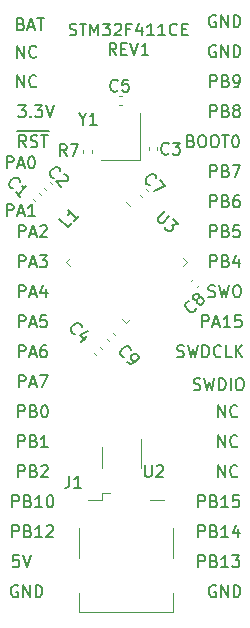
<source format=gbr>
%TF.GenerationSoftware,KiCad,Pcbnew,5.1.9-73d0e3b20d~88~ubuntu20.04.1*%
%TF.CreationDate,2021-04-21T23:40:33-06:00*%
%TF.ProjectId,STM32F411CE,53544d33-3246-4343-9131-43452e6b6963,rev?*%
%TF.SameCoordinates,Original*%
%TF.FileFunction,Legend,Top*%
%TF.FilePolarity,Positive*%
%FSLAX46Y46*%
G04 Gerber Fmt 4.6, Leading zero omitted, Abs format (unit mm)*
G04 Created by KiCad (PCBNEW 5.1.9-73d0e3b20d~88~ubuntu20.04.1) date 2021-04-21 23:40:33*
%MOMM*%
%LPD*%
G01*
G04 APERTURE LIST*
%ADD10C,0.150000*%
%ADD11C,0.120000*%
G04 APERTURE END LIST*
D10*
X32766095Y-13216000D02*
X32670857Y-13168380D01*
X32528000Y-13168380D01*
X32385142Y-13216000D01*
X32289904Y-13311238D01*
X32242285Y-13406476D01*
X32194666Y-13596952D01*
X32194666Y-13739809D01*
X32242285Y-13930285D01*
X32289904Y-14025523D01*
X32385142Y-14120761D01*
X32528000Y-14168380D01*
X32623238Y-14168380D01*
X32766095Y-14120761D01*
X32813714Y-14073142D01*
X32813714Y-13739809D01*
X32623238Y-13739809D01*
X33242285Y-14168380D02*
X33242285Y-13168380D01*
X33813714Y-14168380D01*
X33813714Y-13168380D01*
X34289904Y-14168380D02*
X34289904Y-13168380D01*
X34528000Y-13168380D01*
X34670857Y-13216000D01*
X34766095Y-13311238D01*
X34813714Y-13406476D01*
X34861333Y-13596952D01*
X34861333Y-13739809D01*
X34813714Y-13930285D01*
X34766095Y-14025523D01*
X34670857Y-14120761D01*
X34528000Y-14168380D01*
X34289904Y-14168380D01*
X32766095Y-15756000D02*
X32670857Y-15708380D01*
X32528000Y-15708380D01*
X32385142Y-15756000D01*
X32289904Y-15851238D01*
X32242285Y-15946476D01*
X32194666Y-16136952D01*
X32194666Y-16279809D01*
X32242285Y-16470285D01*
X32289904Y-16565523D01*
X32385142Y-16660761D01*
X32528000Y-16708380D01*
X32623238Y-16708380D01*
X32766095Y-16660761D01*
X32813714Y-16613142D01*
X32813714Y-16279809D01*
X32623238Y-16279809D01*
X33242285Y-16708380D02*
X33242285Y-15708380D01*
X33813714Y-16708380D01*
X33813714Y-15708380D01*
X34289904Y-16708380D02*
X34289904Y-15708380D01*
X34528000Y-15708380D01*
X34670857Y-15756000D01*
X34766095Y-15851238D01*
X34813714Y-15946476D01*
X34861333Y-16136952D01*
X34861333Y-16279809D01*
X34813714Y-16470285D01*
X34766095Y-16565523D01*
X34670857Y-16660761D01*
X34528000Y-16708380D01*
X34289904Y-16708380D01*
X32289904Y-19248380D02*
X32289904Y-18248380D01*
X32670857Y-18248380D01*
X32766095Y-18296000D01*
X32813714Y-18343619D01*
X32861333Y-18438857D01*
X32861333Y-18581714D01*
X32813714Y-18676952D01*
X32766095Y-18724571D01*
X32670857Y-18772190D01*
X32289904Y-18772190D01*
X33623238Y-18724571D02*
X33766095Y-18772190D01*
X33813714Y-18819809D01*
X33861333Y-18915047D01*
X33861333Y-19057904D01*
X33813714Y-19153142D01*
X33766095Y-19200761D01*
X33670857Y-19248380D01*
X33289904Y-19248380D01*
X33289904Y-18248380D01*
X33623238Y-18248380D01*
X33718476Y-18296000D01*
X33766095Y-18343619D01*
X33813714Y-18438857D01*
X33813714Y-18534095D01*
X33766095Y-18629333D01*
X33718476Y-18676952D01*
X33623238Y-18724571D01*
X33289904Y-18724571D01*
X34337523Y-19248380D02*
X34528000Y-19248380D01*
X34623238Y-19200761D01*
X34670857Y-19153142D01*
X34766095Y-19010285D01*
X34813714Y-18819809D01*
X34813714Y-18438857D01*
X34766095Y-18343619D01*
X34718476Y-18296000D01*
X34623238Y-18248380D01*
X34432761Y-18248380D01*
X34337523Y-18296000D01*
X34289904Y-18343619D01*
X34242285Y-18438857D01*
X34242285Y-18676952D01*
X34289904Y-18772190D01*
X34337523Y-18819809D01*
X34432761Y-18867428D01*
X34623238Y-18867428D01*
X34718476Y-18819809D01*
X34766095Y-18772190D01*
X34813714Y-18676952D01*
X32289904Y-21788380D02*
X32289904Y-20788380D01*
X32670857Y-20788380D01*
X32766095Y-20836000D01*
X32813714Y-20883619D01*
X32861333Y-20978857D01*
X32861333Y-21121714D01*
X32813714Y-21216952D01*
X32766095Y-21264571D01*
X32670857Y-21312190D01*
X32289904Y-21312190D01*
X33623238Y-21264571D02*
X33766095Y-21312190D01*
X33813714Y-21359809D01*
X33861333Y-21455047D01*
X33861333Y-21597904D01*
X33813714Y-21693142D01*
X33766095Y-21740761D01*
X33670857Y-21788380D01*
X33289904Y-21788380D01*
X33289904Y-20788380D01*
X33623238Y-20788380D01*
X33718476Y-20836000D01*
X33766095Y-20883619D01*
X33813714Y-20978857D01*
X33813714Y-21074095D01*
X33766095Y-21169333D01*
X33718476Y-21216952D01*
X33623238Y-21264571D01*
X33289904Y-21264571D01*
X34432761Y-21216952D02*
X34337523Y-21169333D01*
X34289904Y-21121714D01*
X34242285Y-21026476D01*
X34242285Y-20978857D01*
X34289904Y-20883619D01*
X34337523Y-20836000D01*
X34432761Y-20788380D01*
X34623238Y-20788380D01*
X34718476Y-20836000D01*
X34766095Y-20883619D01*
X34813714Y-20978857D01*
X34813714Y-21026476D01*
X34766095Y-21121714D01*
X34718476Y-21169333D01*
X34623238Y-21216952D01*
X34432761Y-21216952D01*
X34337523Y-21264571D01*
X34289904Y-21312190D01*
X34242285Y-21407428D01*
X34242285Y-21597904D01*
X34289904Y-21693142D01*
X34337523Y-21740761D01*
X34432761Y-21788380D01*
X34623238Y-21788380D01*
X34718476Y-21740761D01*
X34766095Y-21693142D01*
X34813714Y-21597904D01*
X34813714Y-21407428D01*
X34766095Y-21312190D01*
X34718476Y-21264571D01*
X34623238Y-21216952D01*
X30678666Y-23804571D02*
X30821523Y-23852190D01*
X30869142Y-23899809D01*
X30916761Y-23995047D01*
X30916761Y-24137904D01*
X30869142Y-24233142D01*
X30821523Y-24280761D01*
X30726285Y-24328380D01*
X30345333Y-24328380D01*
X30345333Y-23328380D01*
X30678666Y-23328380D01*
X30773904Y-23376000D01*
X30821523Y-23423619D01*
X30869142Y-23518857D01*
X30869142Y-23614095D01*
X30821523Y-23709333D01*
X30773904Y-23756952D01*
X30678666Y-23804571D01*
X30345333Y-23804571D01*
X31535809Y-23328380D02*
X31726285Y-23328380D01*
X31821523Y-23376000D01*
X31916761Y-23471238D01*
X31964380Y-23661714D01*
X31964380Y-23995047D01*
X31916761Y-24185523D01*
X31821523Y-24280761D01*
X31726285Y-24328380D01*
X31535809Y-24328380D01*
X31440571Y-24280761D01*
X31345333Y-24185523D01*
X31297714Y-23995047D01*
X31297714Y-23661714D01*
X31345333Y-23471238D01*
X31440571Y-23376000D01*
X31535809Y-23328380D01*
X32583428Y-23328380D02*
X32773904Y-23328380D01*
X32869142Y-23376000D01*
X32964380Y-23471238D01*
X33012000Y-23661714D01*
X33012000Y-23995047D01*
X32964380Y-24185523D01*
X32869142Y-24280761D01*
X32773904Y-24328380D01*
X32583428Y-24328380D01*
X32488190Y-24280761D01*
X32392952Y-24185523D01*
X32345333Y-23995047D01*
X32345333Y-23661714D01*
X32392952Y-23471238D01*
X32488190Y-23376000D01*
X32583428Y-23328380D01*
X33297714Y-23328380D02*
X33869142Y-23328380D01*
X33583428Y-24328380D02*
X33583428Y-23328380D01*
X34392952Y-23328380D02*
X34488190Y-23328380D01*
X34583428Y-23376000D01*
X34631047Y-23423619D01*
X34678666Y-23518857D01*
X34726285Y-23709333D01*
X34726285Y-23947428D01*
X34678666Y-24137904D01*
X34631047Y-24233142D01*
X34583428Y-24280761D01*
X34488190Y-24328380D01*
X34392952Y-24328380D01*
X34297714Y-24280761D01*
X34250095Y-24233142D01*
X34202476Y-24137904D01*
X34154857Y-23947428D01*
X34154857Y-23709333D01*
X34202476Y-23518857D01*
X34250095Y-23423619D01*
X34297714Y-23376000D01*
X34392952Y-23328380D01*
X32289904Y-26868380D02*
X32289904Y-25868380D01*
X32670857Y-25868380D01*
X32766095Y-25916000D01*
X32813714Y-25963619D01*
X32861333Y-26058857D01*
X32861333Y-26201714D01*
X32813714Y-26296952D01*
X32766095Y-26344571D01*
X32670857Y-26392190D01*
X32289904Y-26392190D01*
X33623238Y-26344571D02*
X33766095Y-26392190D01*
X33813714Y-26439809D01*
X33861333Y-26535047D01*
X33861333Y-26677904D01*
X33813714Y-26773142D01*
X33766095Y-26820761D01*
X33670857Y-26868380D01*
X33289904Y-26868380D01*
X33289904Y-25868380D01*
X33623238Y-25868380D01*
X33718476Y-25916000D01*
X33766095Y-25963619D01*
X33813714Y-26058857D01*
X33813714Y-26154095D01*
X33766095Y-26249333D01*
X33718476Y-26296952D01*
X33623238Y-26344571D01*
X33289904Y-26344571D01*
X34194666Y-25868380D02*
X34861333Y-25868380D01*
X34432761Y-26868380D01*
X32289904Y-29408380D02*
X32289904Y-28408380D01*
X32670857Y-28408380D01*
X32766095Y-28456000D01*
X32813714Y-28503619D01*
X32861333Y-28598857D01*
X32861333Y-28741714D01*
X32813714Y-28836952D01*
X32766095Y-28884571D01*
X32670857Y-28932190D01*
X32289904Y-28932190D01*
X33623238Y-28884571D02*
X33766095Y-28932190D01*
X33813714Y-28979809D01*
X33861333Y-29075047D01*
X33861333Y-29217904D01*
X33813714Y-29313142D01*
X33766095Y-29360761D01*
X33670857Y-29408380D01*
X33289904Y-29408380D01*
X33289904Y-28408380D01*
X33623238Y-28408380D01*
X33718476Y-28456000D01*
X33766095Y-28503619D01*
X33813714Y-28598857D01*
X33813714Y-28694095D01*
X33766095Y-28789333D01*
X33718476Y-28836952D01*
X33623238Y-28884571D01*
X33289904Y-28884571D01*
X34718476Y-28408380D02*
X34528000Y-28408380D01*
X34432761Y-28456000D01*
X34385142Y-28503619D01*
X34289904Y-28646476D01*
X34242285Y-28836952D01*
X34242285Y-29217904D01*
X34289904Y-29313142D01*
X34337523Y-29360761D01*
X34432761Y-29408380D01*
X34623238Y-29408380D01*
X34718476Y-29360761D01*
X34766095Y-29313142D01*
X34813714Y-29217904D01*
X34813714Y-28979809D01*
X34766095Y-28884571D01*
X34718476Y-28836952D01*
X34623238Y-28789333D01*
X34432761Y-28789333D01*
X34337523Y-28836952D01*
X34289904Y-28884571D01*
X34242285Y-28979809D01*
X32289904Y-31948380D02*
X32289904Y-30948380D01*
X32670857Y-30948380D01*
X32766095Y-30996000D01*
X32813714Y-31043619D01*
X32861333Y-31138857D01*
X32861333Y-31281714D01*
X32813714Y-31376952D01*
X32766095Y-31424571D01*
X32670857Y-31472190D01*
X32289904Y-31472190D01*
X33623238Y-31424571D02*
X33766095Y-31472190D01*
X33813714Y-31519809D01*
X33861333Y-31615047D01*
X33861333Y-31757904D01*
X33813714Y-31853142D01*
X33766095Y-31900761D01*
X33670857Y-31948380D01*
X33289904Y-31948380D01*
X33289904Y-30948380D01*
X33623238Y-30948380D01*
X33718476Y-30996000D01*
X33766095Y-31043619D01*
X33813714Y-31138857D01*
X33813714Y-31234095D01*
X33766095Y-31329333D01*
X33718476Y-31376952D01*
X33623238Y-31424571D01*
X33289904Y-31424571D01*
X34766095Y-30948380D02*
X34289904Y-30948380D01*
X34242285Y-31424571D01*
X34289904Y-31376952D01*
X34385142Y-31329333D01*
X34623238Y-31329333D01*
X34718476Y-31376952D01*
X34766095Y-31424571D01*
X34813714Y-31519809D01*
X34813714Y-31757904D01*
X34766095Y-31853142D01*
X34718476Y-31900761D01*
X34623238Y-31948380D01*
X34385142Y-31948380D01*
X34289904Y-31900761D01*
X34242285Y-31853142D01*
X32289904Y-34488380D02*
X32289904Y-33488380D01*
X32670857Y-33488380D01*
X32766095Y-33536000D01*
X32813714Y-33583619D01*
X32861333Y-33678857D01*
X32861333Y-33821714D01*
X32813714Y-33916952D01*
X32766095Y-33964571D01*
X32670857Y-34012190D01*
X32289904Y-34012190D01*
X33623238Y-33964571D02*
X33766095Y-34012190D01*
X33813714Y-34059809D01*
X33861333Y-34155047D01*
X33861333Y-34297904D01*
X33813714Y-34393142D01*
X33766095Y-34440761D01*
X33670857Y-34488380D01*
X33289904Y-34488380D01*
X33289904Y-33488380D01*
X33623238Y-33488380D01*
X33718476Y-33536000D01*
X33766095Y-33583619D01*
X33813714Y-33678857D01*
X33813714Y-33774095D01*
X33766095Y-33869333D01*
X33718476Y-33916952D01*
X33623238Y-33964571D01*
X33289904Y-33964571D01*
X34718476Y-33821714D02*
X34718476Y-34488380D01*
X34480380Y-33440761D02*
X34242285Y-34155047D01*
X34861333Y-34155047D01*
X32147047Y-36980761D02*
X32289904Y-37028380D01*
X32528000Y-37028380D01*
X32623238Y-36980761D01*
X32670857Y-36933142D01*
X32718476Y-36837904D01*
X32718476Y-36742666D01*
X32670857Y-36647428D01*
X32623238Y-36599809D01*
X32528000Y-36552190D01*
X32337523Y-36504571D01*
X32242285Y-36456952D01*
X32194666Y-36409333D01*
X32147047Y-36314095D01*
X32147047Y-36218857D01*
X32194666Y-36123619D01*
X32242285Y-36076000D01*
X32337523Y-36028380D01*
X32575619Y-36028380D01*
X32718476Y-36076000D01*
X33051809Y-36028380D02*
X33289904Y-37028380D01*
X33480380Y-36314095D01*
X33670857Y-37028380D01*
X33908952Y-36028380D01*
X34480380Y-36028380D02*
X34670857Y-36028380D01*
X34766095Y-36076000D01*
X34861333Y-36171238D01*
X34908952Y-36361714D01*
X34908952Y-36695047D01*
X34861333Y-36885523D01*
X34766095Y-36980761D01*
X34670857Y-37028380D01*
X34480380Y-37028380D01*
X34385142Y-36980761D01*
X34289904Y-36885523D01*
X34242285Y-36695047D01*
X34242285Y-36361714D01*
X34289904Y-36171238D01*
X34385142Y-36076000D01*
X34480380Y-36028380D01*
X31631142Y-39568380D02*
X31631142Y-38568380D01*
X32012095Y-38568380D01*
X32107333Y-38616000D01*
X32154952Y-38663619D01*
X32202571Y-38758857D01*
X32202571Y-38901714D01*
X32154952Y-38996952D01*
X32107333Y-39044571D01*
X32012095Y-39092190D01*
X31631142Y-39092190D01*
X32583523Y-39282666D02*
X33059714Y-39282666D01*
X32488285Y-39568380D02*
X32821619Y-38568380D01*
X33154952Y-39568380D01*
X34012095Y-39568380D02*
X33440666Y-39568380D01*
X33726380Y-39568380D02*
X33726380Y-38568380D01*
X33631142Y-38711238D01*
X33535904Y-38806476D01*
X33440666Y-38854095D01*
X34916857Y-38568380D02*
X34440666Y-38568380D01*
X34393047Y-39044571D01*
X34440666Y-38996952D01*
X34535904Y-38949333D01*
X34774000Y-38949333D01*
X34869238Y-38996952D01*
X34916857Y-39044571D01*
X34964476Y-39139809D01*
X34964476Y-39377904D01*
X34916857Y-39473142D01*
X34869238Y-39520761D01*
X34774000Y-39568380D01*
X34535904Y-39568380D01*
X34440666Y-39520761D01*
X34393047Y-39473142D01*
X29496095Y-42060761D02*
X29638952Y-42108380D01*
X29877047Y-42108380D01*
X29972285Y-42060761D01*
X30019904Y-42013142D01*
X30067523Y-41917904D01*
X30067523Y-41822666D01*
X30019904Y-41727428D01*
X29972285Y-41679809D01*
X29877047Y-41632190D01*
X29686571Y-41584571D01*
X29591333Y-41536952D01*
X29543714Y-41489333D01*
X29496095Y-41394095D01*
X29496095Y-41298857D01*
X29543714Y-41203619D01*
X29591333Y-41156000D01*
X29686571Y-41108380D01*
X29924666Y-41108380D01*
X30067523Y-41156000D01*
X30400857Y-41108380D02*
X30638952Y-42108380D01*
X30829428Y-41394095D01*
X31019904Y-42108380D01*
X31258000Y-41108380D01*
X31638952Y-42108380D02*
X31638952Y-41108380D01*
X31877047Y-41108380D01*
X32019904Y-41156000D01*
X32115142Y-41251238D01*
X32162761Y-41346476D01*
X32210380Y-41536952D01*
X32210380Y-41679809D01*
X32162761Y-41870285D01*
X32115142Y-41965523D01*
X32019904Y-42060761D01*
X31877047Y-42108380D01*
X31638952Y-42108380D01*
X33210380Y-42013142D02*
X33162761Y-42060761D01*
X33019904Y-42108380D01*
X32924666Y-42108380D01*
X32781809Y-42060761D01*
X32686571Y-41965523D01*
X32638952Y-41870285D01*
X32591333Y-41679809D01*
X32591333Y-41536952D01*
X32638952Y-41346476D01*
X32686571Y-41251238D01*
X32781809Y-41156000D01*
X32924666Y-41108380D01*
X33019904Y-41108380D01*
X33162761Y-41156000D01*
X33210380Y-41203619D01*
X34115142Y-42108380D02*
X33638952Y-42108380D01*
X33638952Y-41108380D01*
X34448476Y-42108380D02*
X34448476Y-41108380D01*
X35019904Y-42108380D02*
X34591333Y-41536952D01*
X35019904Y-41108380D02*
X34448476Y-41679809D01*
X32996285Y-52268380D02*
X32996285Y-51268380D01*
X33567714Y-52268380D01*
X33567714Y-51268380D01*
X34615333Y-52173142D02*
X34567714Y-52220761D01*
X34424857Y-52268380D01*
X34329619Y-52268380D01*
X34186761Y-52220761D01*
X34091523Y-52125523D01*
X34043904Y-52030285D01*
X33996285Y-51839809D01*
X33996285Y-51696952D01*
X34043904Y-51506476D01*
X34091523Y-51411238D01*
X34186761Y-51316000D01*
X34329619Y-51268380D01*
X34424857Y-51268380D01*
X34567714Y-51316000D01*
X34615333Y-51363619D01*
X32996285Y-49728380D02*
X32996285Y-48728380D01*
X33567714Y-49728380D01*
X33567714Y-48728380D01*
X34615333Y-49633142D02*
X34567714Y-49680761D01*
X34424857Y-49728380D01*
X34329619Y-49728380D01*
X34186761Y-49680761D01*
X34091523Y-49585523D01*
X34043904Y-49490285D01*
X33996285Y-49299809D01*
X33996285Y-49156952D01*
X34043904Y-48966476D01*
X34091523Y-48871238D01*
X34186761Y-48776000D01*
X34329619Y-48728380D01*
X34424857Y-48728380D01*
X34567714Y-48776000D01*
X34615333Y-48823619D01*
X32996285Y-47188380D02*
X32996285Y-46188380D01*
X33567714Y-47188380D01*
X33567714Y-46188380D01*
X34615333Y-47093142D02*
X34567714Y-47140761D01*
X34424857Y-47188380D01*
X34329619Y-47188380D01*
X34186761Y-47140761D01*
X34091523Y-47045523D01*
X34043904Y-46950285D01*
X33996285Y-46759809D01*
X33996285Y-46616952D01*
X34043904Y-46426476D01*
X34091523Y-46331238D01*
X34186761Y-46236000D01*
X34329619Y-46188380D01*
X34424857Y-46188380D01*
X34567714Y-46236000D01*
X34615333Y-46283619D01*
X30900952Y-44854761D02*
X31043809Y-44902380D01*
X31281904Y-44902380D01*
X31377142Y-44854761D01*
X31424761Y-44807142D01*
X31472380Y-44711904D01*
X31472380Y-44616666D01*
X31424761Y-44521428D01*
X31377142Y-44473809D01*
X31281904Y-44426190D01*
X31091428Y-44378571D01*
X30996190Y-44330952D01*
X30948571Y-44283333D01*
X30900952Y-44188095D01*
X30900952Y-44092857D01*
X30948571Y-43997619D01*
X30996190Y-43950000D01*
X31091428Y-43902380D01*
X31329523Y-43902380D01*
X31472380Y-43950000D01*
X31805714Y-43902380D02*
X32043809Y-44902380D01*
X32234285Y-44188095D01*
X32424761Y-44902380D01*
X32662857Y-43902380D01*
X33043809Y-44902380D02*
X33043809Y-43902380D01*
X33281904Y-43902380D01*
X33424761Y-43950000D01*
X33520000Y-44045238D01*
X33567619Y-44140476D01*
X33615238Y-44330952D01*
X33615238Y-44473809D01*
X33567619Y-44664285D01*
X33520000Y-44759523D01*
X33424761Y-44854761D01*
X33281904Y-44902380D01*
X33043809Y-44902380D01*
X34043809Y-44902380D02*
X34043809Y-43902380D01*
X34710476Y-43902380D02*
X34900952Y-43902380D01*
X34996190Y-43950000D01*
X35091428Y-44045238D01*
X35139047Y-44235714D01*
X35139047Y-44569047D01*
X35091428Y-44759523D01*
X34996190Y-44854761D01*
X34900952Y-44902380D01*
X34710476Y-44902380D01*
X34615238Y-44854761D01*
X34520000Y-44759523D01*
X34472380Y-44569047D01*
X34472380Y-44235714D01*
X34520000Y-44045238D01*
X34615238Y-43950000D01*
X34710476Y-43902380D01*
X31305714Y-54808380D02*
X31305714Y-53808380D01*
X31686666Y-53808380D01*
X31781904Y-53856000D01*
X31829523Y-53903619D01*
X31877142Y-53998857D01*
X31877142Y-54141714D01*
X31829523Y-54236952D01*
X31781904Y-54284571D01*
X31686666Y-54332190D01*
X31305714Y-54332190D01*
X32639047Y-54284571D02*
X32781904Y-54332190D01*
X32829523Y-54379809D01*
X32877142Y-54475047D01*
X32877142Y-54617904D01*
X32829523Y-54713142D01*
X32781904Y-54760761D01*
X32686666Y-54808380D01*
X32305714Y-54808380D01*
X32305714Y-53808380D01*
X32639047Y-53808380D01*
X32734285Y-53856000D01*
X32781904Y-53903619D01*
X32829523Y-53998857D01*
X32829523Y-54094095D01*
X32781904Y-54189333D01*
X32734285Y-54236952D01*
X32639047Y-54284571D01*
X32305714Y-54284571D01*
X33829523Y-54808380D02*
X33258095Y-54808380D01*
X33543809Y-54808380D02*
X33543809Y-53808380D01*
X33448571Y-53951238D01*
X33353333Y-54046476D01*
X33258095Y-54094095D01*
X34734285Y-53808380D02*
X34258095Y-53808380D01*
X34210476Y-54284571D01*
X34258095Y-54236952D01*
X34353333Y-54189333D01*
X34591428Y-54189333D01*
X34686666Y-54236952D01*
X34734285Y-54284571D01*
X34781904Y-54379809D01*
X34781904Y-54617904D01*
X34734285Y-54713142D01*
X34686666Y-54760761D01*
X34591428Y-54808380D01*
X34353333Y-54808380D01*
X34258095Y-54760761D01*
X34210476Y-54713142D01*
X31305714Y-57348380D02*
X31305714Y-56348380D01*
X31686666Y-56348380D01*
X31781904Y-56396000D01*
X31829523Y-56443619D01*
X31877142Y-56538857D01*
X31877142Y-56681714D01*
X31829523Y-56776952D01*
X31781904Y-56824571D01*
X31686666Y-56872190D01*
X31305714Y-56872190D01*
X32639047Y-56824571D02*
X32781904Y-56872190D01*
X32829523Y-56919809D01*
X32877142Y-57015047D01*
X32877142Y-57157904D01*
X32829523Y-57253142D01*
X32781904Y-57300761D01*
X32686666Y-57348380D01*
X32305714Y-57348380D01*
X32305714Y-56348380D01*
X32639047Y-56348380D01*
X32734285Y-56396000D01*
X32781904Y-56443619D01*
X32829523Y-56538857D01*
X32829523Y-56634095D01*
X32781904Y-56729333D01*
X32734285Y-56776952D01*
X32639047Y-56824571D01*
X32305714Y-56824571D01*
X33829523Y-57348380D02*
X33258095Y-57348380D01*
X33543809Y-57348380D02*
X33543809Y-56348380D01*
X33448571Y-56491238D01*
X33353333Y-56586476D01*
X33258095Y-56634095D01*
X34686666Y-56681714D02*
X34686666Y-57348380D01*
X34448571Y-56300761D02*
X34210476Y-57015047D01*
X34829523Y-57015047D01*
X31305714Y-59888380D02*
X31305714Y-58888380D01*
X31686666Y-58888380D01*
X31781904Y-58936000D01*
X31829523Y-58983619D01*
X31877142Y-59078857D01*
X31877142Y-59221714D01*
X31829523Y-59316952D01*
X31781904Y-59364571D01*
X31686666Y-59412190D01*
X31305714Y-59412190D01*
X32639047Y-59364571D02*
X32781904Y-59412190D01*
X32829523Y-59459809D01*
X32877142Y-59555047D01*
X32877142Y-59697904D01*
X32829523Y-59793142D01*
X32781904Y-59840761D01*
X32686666Y-59888380D01*
X32305714Y-59888380D01*
X32305714Y-58888380D01*
X32639047Y-58888380D01*
X32734285Y-58936000D01*
X32781904Y-58983619D01*
X32829523Y-59078857D01*
X32829523Y-59174095D01*
X32781904Y-59269333D01*
X32734285Y-59316952D01*
X32639047Y-59364571D01*
X32305714Y-59364571D01*
X33829523Y-59888380D02*
X33258095Y-59888380D01*
X33543809Y-59888380D02*
X33543809Y-58888380D01*
X33448571Y-59031238D01*
X33353333Y-59126476D01*
X33258095Y-59174095D01*
X34162857Y-58888380D02*
X34781904Y-58888380D01*
X34448571Y-59269333D01*
X34591428Y-59269333D01*
X34686666Y-59316952D01*
X34734285Y-59364571D01*
X34781904Y-59459809D01*
X34781904Y-59697904D01*
X34734285Y-59793142D01*
X34686666Y-59840761D01*
X34591428Y-59888380D01*
X34305714Y-59888380D01*
X34210476Y-59840761D01*
X34162857Y-59793142D01*
X32766095Y-61476000D02*
X32670857Y-61428380D01*
X32528000Y-61428380D01*
X32385142Y-61476000D01*
X32289904Y-61571238D01*
X32242285Y-61666476D01*
X32194666Y-61856952D01*
X32194666Y-61999809D01*
X32242285Y-62190285D01*
X32289904Y-62285523D01*
X32385142Y-62380761D01*
X32528000Y-62428380D01*
X32623238Y-62428380D01*
X32766095Y-62380761D01*
X32813714Y-62333142D01*
X32813714Y-61999809D01*
X32623238Y-61999809D01*
X33242285Y-62428380D02*
X33242285Y-61428380D01*
X33813714Y-62428380D01*
X33813714Y-61428380D01*
X34289904Y-62428380D02*
X34289904Y-61428380D01*
X34528000Y-61428380D01*
X34670857Y-61476000D01*
X34766095Y-61571238D01*
X34813714Y-61666476D01*
X34861333Y-61856952D01*
X34861333Y-61999809D01*
X34813714Y-62190285D01*
X34766095Y-62285523D01*
X34670857Y-62380761D01*
X34528000Y-62428380D01*
X34289904Y-62428380D01*
X16109523Y-58888380D02*
X15633333Y-58888380D01*
X15585714Y-59364571D01*
X15633333Y-59316952D01*
X15728571Y-59269333D01*
X15966666Y-59269333D01*
X16061904Y-59316952D01*
X16109523Y-59364571D01*
X16157142Y-59459809D01*
X16157142Y-59697904D01*
X16109523Y-59793142D01*
X16061904Y-59840761D01*
X15966666Y-59888380D01*
X15728571Y-59888380D01*
X15633333Y-59840761D01*
X15585714Y-59793142D01*
X16442857Y-58888380D02*
X16776190Y-59888380D01*
X17109523Y-58888380D01*
X16002095Y-61476000D02*
X15906857Y-61428380D01*
X15764000Y-61428380D01*
X15621142Y-61476000D01*
X15525904Y-61571238D01*
X15478285Y-61666476D01*
X15430666Y-61856952D01*
X15430666Y-61999809D01*
X15478285Y-62190285D01*
X15525904Y-62285523D01*
X15621142Y-62380761D01*
X15764000Y-62428380D01*
X15859238Y-62428380D01*
X16002095Y-62380761D01*
X16049714Y-62333142D01*
X16049714Y-61999809D01*
X15859238Y-61999809D01*
X16478285Y-62428380D02*
X16478285Y-61428380D01*
X17049714Y-62428380D01*
X17049714Y-61428380D01*
X17525904Y-62428380D02*
X17525904Y-61428380D01*
X17764000Y-61428380D01*
X17906857Y-61476000D01*
X18002095Y-61571238D01*
X18049714Y-61666476D01*
X18097333Y-61856952D01*
X18097333Y-61999809D01*
X18049714Y-62190285D01*
X18002095Y-62285523D01*
X17906857Y-62380761D01*
X17764000Y-62428380D01*
X17525904Y-62428380D01*
X15557714Y-57348380D02*
X15557714Y-56348380D01*
X15938666Y-56348380D01*
X16033904Y-56396000D01*
X16081523Y-56443619D01*
X16129142Y-56538857D01*
X16129142Y-56681714D01*
X16081523Y-56776952D01*
X16033904Y-56824571D01*
X15938666Y-56872190D01*
X15557714Y-56872190D01*
X16891047Y-56824571D02*
X17033904Y-56872190D01*
X17081523Y-56919809D01*
X17129142Y-57015047D01*
X17129142Y-57157904D01*
X17081523Y-57253142D01*
X17033904Y-57300761D01*
X16938666Y-57348380D01*
X16557714Y-57348380D01*
X16557714Y-56348380D01*
X16891047Y-56348380D01*
X16986285Y-56396000D01*
X17033904Y-56443619D01*
X17081523Y-56538857D01*
X17081523Y-56634095D01*
X17033904Y-56729333D01*
X16986285Y-56776952D01*
X16891047Y-56824571D01*
X16557714Y-56824571D01*
X18081523Y-57348380D02*
X17510095Y-57348380D01*
X17795809Y-57348380D02*
X17795809Y-56348380D01*
X17700571Y-56491238D01*
X17605333Y-56586476D01*
X17510095Y-56634095D01*
X18462476Y-56443619D02*
X18510095Y-56396000D01*
X18605333Y-56348380D01*
X18843428Y-56348380D01*
X18938666Y-56396000D01*
X18986285Y-56443619D01*
X19033904Y-56538857D01*
X19033904Y-56634095D01*
X18986285Y-56776952D01*
X18414857Y-57348380D01*
X19033904Y-57348380D01*
X15557714Y-54808380D02*
X15557714Y-53808380D01*
X15938666Y-53808380D01*
X16033904Y-53856000D01*
X16081523Y-53903619D01*
X16129142Y-53998857D01*
X16129142Y-54141714D01*
X16081523Y-54236952D01*
X16033904Y-54284571D01*
X15938666Y-54332190D01*
X15557714Y-54332190D01*
X16891047Y-54284571D02*
X17033904Y-54332190D01*
X17081523Y-54379809D01*
X17129142Y-54475047D01*
X17129142Y-54617904D01*
X17081523Y-54713142D01*
X17033904Y-54760761D01*
X16938666Y-54808380D01*
X16557714Y-54808380D01*
X16557714Y-53808380D01*
X16891047Y-53808380D01*
X16986285Y-53856000D01*
X17033904Y-53903619D01*
X17081523Y-53998857D01*
X17081523Y-54094095D01*
X17033904Y-54189333D01*
X16986285Y-54236952D01*
X16891047Y-54284571D01*
X16557714Y-54284571D01*
X18081523Y-54808380D02*
X17510095Y-54808380D01*
X17795809Y-54808380D02*
X17795809Y-53808380D01*
X17700571Y-53951238D01*
X17605333Y-54046476D01*
X17510095Y-54094095D01*
X18700571Y-53808380D02*
X18795809Y-53808380D01*
X18891047Y-53856000D01*
X18938666Y-53903619D01*
X18986285Y-53998857D01*
X19033904Y-54189333D01*
X19033904Y-54427428D01*
X18986285Y-54617904D01*
X18938666Y-54713142D01*
X18891047Y-54760761D01*
X18795809Y-54808380D01*
X18700571Y-54808380D01*
X18605333Y-54760761D01*
X18557714Y-54713142D01*
X18510095Y-54617904D01*
X18462476Y-54427428D01*
X18462476Y-54189333D01*
X18510095Y-53998857D01*
X18557714Y-53903619D01*
X18605333Y-53856000D01*
X18700571Y-53808380D01*
X16033904Y-52268380D02*
X16033904Y-51268380D01*
X16414857Y-51268380D01*
X16510095Y-51316000D01*
X16557714Y-51363619D01*
X16605333Y-51458857D01*
X16605333Y-51601714D01*
X16557714Y-51696952D01*
X16510095Y-51744571D01*
X16414857Y-51792190D01*
X16033904Y-51792190D01*
X17367238Y-51744571D02*
X17510095Y-51792190D01*
X17557714Y-51839809D01*
X17605333Y-51935047D01*
X17605333Y-52077904D01*
X17557714Y-52173142D01*
X17510095Y-52220761D01*
X17414857Y-52268380D01*
X17033904Y-52268380D01*
X17033904Y-51268380D01*
X17367238Y-51268380D01*
X17462476Y-51316000D01*
X17510095Y-51363619D01*
X17557714Y-51458857D01*
X17557714Y-51554095D01*
X17510095Y-51649333D01*
X17462476Y-51696952D01*
X17367238Y-51744571D01*
X17033904Y-51744571D01*
X17986285Y-51363619D02*
X18033904Y-51316000D01*
X18129142Y-51268380D01*
X18367238Y-51268380D01*
X18462476Y-51316000D01*
X18510095Y-51363619D01*
X18557714Y-51458857D01*
X18557714Y-51554095D01*
X18510095Y-51696952D01*
X17938666Y-52268380D01*
X18557714Y-52268380D01*
X16033904Y-49728380D02*
X16033904Y-48728380D01*
X16414857Y-48728380D01*
X16510095Y-48776000D01*
X16557714Y-48823619D01*
X16605333Y-48918857D01*
X16605333Y-49061714D01*
X16557714Y-49156952D01*
X16510095Y-49204571D01*
X16414857Y-49252190D01*
X16033904Y-49252190D01*
X17367238Y-49204571D02*
X17510095Y-49252190D01*
X17557714Y-49299809D01*
X17605333Y-49395047D01*
X17605333Y-49537904D01*
X17557714Y-49633142D01*
X17510095Y-49680761D01*
X17414857Y-49728380D01*
X17033904Y-49728380D01*
X17033904Y-48728380D01*
X17367238Y-48728380D01*
X17462476Y-48776000D01*
X17510095Y-48823619D01*
X17557714Y-48918857D01*
X17557714Y-49014095D01*
X17510095Y-49109333D01*
X17462476Y-49156952D01*
X17367238Y-49204571D01*
X17033904Y-49204571D01*
X18557714Y-49728380D02*
X17986285Y-49728380D01*
X18272000Y-49728380D02*
X18272000Y-48728380D01*
X18176761Y-48871238D01*
X18081523Y-48966476D01*
X17986285Y-49014095D01*
X16033904Y-47188380D02*
X16033904Y-46188380D01*
X16414857Y-46188380D01*
X16510095Y-46236000D01*
X16557714Y-46283619D01*
X16605333Y-46378857D01*
X16605333Y-46521714D01*
X16557714Y-46616952D01*
X16510095Y-46664571D01*
X16414857Y-46712190D01*
X16033904Y-46712190D01*
X17367238Y-46664571D02*
X17510095Y-46712190D01*
X17557714Y-46759809D01*
X17605333Y-46855047D01*
X17605333Y-46997904D01*
X17557714Y-47093142D01*
X17510095Y-47140761D01*
X17414857Y-47188380D01*
X17033904Y-47188380D01*
X17033904Y-46188380D01*
X17367238Y-46188380D01*
X17462476Y-46236000D01*
X17510095Y-46283619D01*
X17557714Y-46378857D01*
X17557714Y-46474095D01*
X17510095Y-46569333D01*
X17462476Y-46616952D01*
X17367238Y-46664571D01*
X17033904Y-46664571D01*
X18224380Y-46188380D02*
X18319619Y-46188380D01*
X18414857Y-46236000D01*
X18462476Y-46283619D01*
X18510095Y-46378857D01*
X18557714Y-46569333D01*
X18557714Y-46807428D01*
X18510095Y-46997904D01*
X18462476Y-47093142D01*
X18414857Y-47140761D01*
X18319619Y-47188380D01*
X18224380Y-47188380D01*
X18129142Y-47140761D01*
X18081523Y-47093142D01*
X18033904Y-46997904D01*
X17986285Y-46807428D01*
X17986285Y-46569333D01*
X18033904Y-46378857D01*
X18081523Y-46283619D01*
X18129142Y-46236000D01*
X18224380Y-46188380D01*
X16105333Y-44648380D02*
X16105333Y-43648380D01*
X16486285Y-43648380D01*
X16581523Y-43696000D01*
X16629142Y-43743619D01*
X16676761Y-43838857D01*
X16676761Y-43981714D01*
X16629142Y-44076952D01*
X16581523Y-44124571D01*
X16486285Y-44172190D01*
X16105333Y-44172190D01*
X17057714Y-44362666D02*
X17533904Y-44362666D01*
X16962476Y-44648380D02*
X17295809Y-43648380D01*
X17629142Y-44648380D01*
X17867238Y-43648380D02*
X18533904Y-43648380D01*
X18105333Y-44648380D01*
X16105333Y-42108380D02*
X16105333Y-41108380D01*
X16486285Y-41108380D01*
X16581523Y-41156000D01*
X16629142Y-41203619D01*
X16676761Y-41298857D01*
X16676761Y-41441714D01*
X16629142Y-41536952D01*
X16581523Y-41584571D01*
X16486285Y-41632190D01*
X16105333Y-41632190D01*
X17057714Y-41822666D02*
X17533904Y-41822666D01*
X16962476Y-42108380D02*
X17295809Y-41108380D01*
X17629142Y-42108380D01*
X18391047Y-41108380D02*
X18200571Y-41108380D01*
X18105333Y-41156000D01*
X18057714Y-41203619D01*
X17962476Y-41346476D01*
X17914857Y-41536952D01*
X17914857Y-41917904D01*
X17962476Y-42013142D01*
X18010095Y-42060761D01*
X18105333Y-42108380D01*
X18295809Y-42108380D01*
X18391047Y-42060761D01*
X18438666Y-42013142D01*
X18486285Y-41917904D01*
X18486285Y-41679809D01*
X18438666Y-41584571D01*
X18391047Y-41536952D01*
X18295809Y-41489333D01*
X18105333Y-41489333D01*
X18010095Y-41536952D01*
X17962476Y-41584571D01*
X17914857Y-41679809D01*
X16105333Y-39568380D02*
X16105333Y-38568380D01*
X16486285Y-38568380D01*
X16581523Y-38616000D01*
X16629142Y-38663619D01*
X16676761Y-38758857D01*
X16676761Y-38901714D01*
X16629142Y-38996952D01*
X16581523Y-39044571D01*
X16486285Y-39092190D01*
X16105333Y-39092190D01*
X17057714Y-39282666D02*
X17533904Y-39282666D01*
X16962476Y-39568380D02*
X17295809Y-38568380D01*
X17629142Y-39568380D01*
X18438666Y-38568380D02*
X17962476Y-38568380D01*
X17914857Y-39044571D01*
X17962476Y-38996952D01*
X18057714Y-38949333D01*
X18295809Y-38949333D01*
X18391047Y-38996952D01*
X18438666Y-39044571D01*
X18486285Y-39139809D01*
X18486285Y-39377904D01*
X18438666Y-39473142D01*
X18391047Y-39520761D01*
X18295809Y-39568380D01*
X18057714Y-39568380D01*
X17962476Y-39520761D01*
X17914857Y-39473142D01*
X16105333Y-37028380D02*
X16105333Y-36028380D01*
X16486285Y-36028380D01*
X16581523Y-36076000D01*
X16629142Y-36123619D01*
X16676761Y-36218857D01*
X16676761Y-36361714D01*
X16629142Y-36456952D01*
X16581523Y-36504571D01*
X16486285Y-36552190D01*
X16105333Y-36552190D01*
X17057714Y-36742666D02*
X17533904Y-36742666D01*
X16962476Y-37028380D02*
X17295809Y-36028380D01*
X17629142Y-37028380D01*
X18391047Y-36361714D02*
X18391047Y-37028380D01*
X18152952Y-35980761D02*
X17914857Y-36695047D01*
X18533904Y-36695047D01*
X16105333Y-34488380D02*
X16105333Y-33488380D01*
X16486285Y-33488380D01*
X16581523Y-33536000D01*
X16629142Y-33583619D01*
X16676761Y-33678857D01*
X16676761Y-33821714D01*
X16629142Y-33916952D01*
X16581523Y-33964571D01*
X16486285Y-34012190D01*
X16105333Y-34012190D01*
X17057714Y-34202666D02*
X17533904Y-34202666D01*
X16962476Y-34488380D02*
X17295809Y-33488380D01*
X17629142Y-34488380D01*
X17867238Y-33488380D02*
X18486285Y-33488380D01*
X18152952Y-33869333D01*
X18295809Y-33869333D01*
X18391047Y-33916952D01*
X18438666Y-33964571D01*
X18486285Y-34059809D01*
X18486285Y-34297904D01*
X18438666Y-34393142D01*
X18391047Y-34440761D01*
X18295809Y-34488380D01*
X18010095Y-34488380D01*
X17914857Y-34440761D01*
X17867238Y-34393142D01*
X16105333Y-31948380D02*
X16105333Y-30948380D01*
X16486285Y-30948380D01*
X16581523Y-30996000D01*
X16629142Y-31043619D01*
X16676761Y-31138857D01*
X16676761Y-31281714D01*
X16629142Y-31376952D01*
X16581523Y-31424571D01*
X16486285Y-31472190D01*
X16105333Y-31472190D01*
X17057714Y-31662666D02*
X17533904Y-31662666D01*
X16962476Y-31948380D02*
X17295809Y-30948380D01*
X17629142Y-31948380D01*
X17914857Y-31043619D02*
X17962476Y-30996000D01*
X18057714Y-30948380D01*
X18295809Y-30948380D01*
X18391047Y-30996000D01*
X18438666Y-31043619D01*
X18486285Y-31138857D01*
X18486285Y-31234095D01*
X18438666Y-31376952D01*
X17867238Y-31948380D01*
X18486285Y-31948380D01*
X15089333Y-30170380D02*
X15089333Y-29170380D01*
X15470285Y-29170380D01*
X15565523Y-29218000D01*
X15613142Y-29265619D01*
X15660761Y-29360857D01*
X15660761Y-29503714D01*
X15613142Y-29598952D01*
X15565523Y-29646571D01*
X15470285Y-29694190D01*
X15089333Y-29694190D01*
X16041714Y-29884666D02*
X16517904Y-29884666D01*
X15946476Y-30170380D02*
X16279809Y-29170380D01*
X16613142Y-30170380D01*
X17470285Y-30170380D02*
X16898857Y-30170380D01*
X17184571Y-30170380D02*
X17184571Y-29170380D01*
X17089333Y-29313238D01*
X16994095Y-29408476D01*
X16898857Y-29456095D01*
X15089333Y-26106380D02*
X15089333Y-25106380D01*
X15470285Y-25106380D01*
X15565523Y-25154000D01*
X15613142Y-25201619D01*
X15660761Y-25296857D01*
X15660761Y-25439714D01*
X15613142Y-25534952D01*
X15565523Y-25582571D01*
X15470285Y-25630190D01*
X15089333Y-25630190D01*
X16041714Y-25820666D02*
X16517904Y-25820666D01*
X15946476Y-26106380D02*
X16279809Y-25106380D01*
X16613142Y-26106380D01*
X17136952Y-25106380D02*
X17232190Y-25106380D01*
X17327428Y-25154000D01*
X17375047Y-25201619D01*
X17422666Y-25296857D01*
X17470285Y-25487333D01*
X17470285Y-25725428D01*
X17422666Y-25915904D01*
X17375047Y-26011142D01*
X17327428Y-26058761D01*
X17232190Y-26106380D01*
X17136952Y-26106380D01*
X17041714Y-26058761D01*
X16994095Y-26011142D01*
X16946476Y-25915904D01*
X16898857Y-25725428D01*
X16898857Y-25487333D01*
X16946476Y-25296857D01*
X16994095Y-25201619D01*
X17041714Y-25154000D01*
X17136952Y-25106380D01*
X15914857Y-22961000D02*
X16914857Y-22961000D01*
X16724380Y-24328380D02*
X16391047Y-23852190D01*
X16152952Y-24328380D02*
X16152952Y-23328380D01*
X16533904Y-23328380D01*
X16629142Y-23376000D01*
X16676761Y-23423619D01*
X16724380Y-23518857D01*
X16724380Y-23661714D01*
X16676761Y-23756952D01*
X16629142Y-23804571D01*
X16533904Y-23852190D01*
X16152952Y-23852190D01*
X16914857Y-22961000D02*
X17867238Y-22961000D01*
X17105333Y-24280761D02*
X17248190Y-24328380D01*
X17486285Y-24328380D01*
X17581523Y-24280761D01*
X17629142Y-24233142D01*
X17676761Y-24137904D01*
X17676761Y-24042666D01*
X17629142Y-23947428D01*
X17581523Y-23899809D01*
X17486285Y-23852190D01*
X17295809Y-23804571D01*
X17200571Y-23756952D01*
X17152952Y-23709333D01*
X17105333Y-23614095D01*
X17105333Y-23518857D01*
X17152952Y-23423619D01*
X17200571Y-23376000D01*
X17295809Y-23328380D01*
X17533904Y-23328380D01*
X17676761Y-23376000D01*
X17867238Y-22961000D02*
X18629142Y-22961000D01*
X17962476Y-23328380D02*
X18533904Y-23328380D01*
X18248190Y-24328380D02*
X18248190Y-23328380D01*
X16049809Y-20788380D02*
X16668857Y-20788380D01*
X16335523Y-21169333D01*
X16478380Y-21169333D01*
X16573619Y-21216952D01*
X16621238Y-21264571D01*
X16668857Y-21359809D01*
X16668857Y-21597904D01*
X16621238Y-21693142D01*
X16573619Y-21740761D01*
X16478380Y-21788380D01*
X16192666Y-21788380D01*
X16097428Y-21740761D01*
X16049809Y-21693142D01*
X17097428Y-21693142D02*
X17145047Y-21740761D01*
X17097428Y-21788380D01*
X17049809Y-21740761D01*
X17097428Y-21693142D01*
X17097428Y-21788380D01*
X17478380Y-20788380D02*
X18097428Y-20788380D01*
X17764095Y-21169333D01*
X17906952Y-21169333D01*
X18002190Y-21216952D01*
X18049809Y-21264571D01*
X18097428Y-21359809D01*
X18097428Y-21597904D01*
X18049809Y-21693142D01*
X18002190Y-21740761D01*
X17906952Y-21788380D01*
X17621238Y-21788380D01*
X17526000Y-21740761D01*
X17478380Y-21693142D01*
X18383142Y-20788380D02*
X18716476Y-21788380D01*
X19049809Y-20788380D01*
X15978285Y-19248380D02*
X15978285Y-18248380D01*
X16549714Y-19248380D01*
X16549714Y-18248380D01*
X17597333Y-19153142D02*
X17549714Y-19200761D01*
X17406857Y-19248380D01*
X17311619Y-19248380D01*
X17168761Y-19200761D01*
X17073523Y-19105523D01*
X17025904Y-19010285D01*
X16978285Y-18819809D01*
X16978285Y-18676952D01*
X17025904Y-18486476D01*
X17073523Y-18391238D01*
X17168761Y-18296000D01*
X17311619Y-18248380D01*
X17406857Y-18248380D01*
X17549714Y-18296000D01*
X17597333Y-18343619D01*
X15978285Y-16752380D02*
X15978285Y-15752380D01*
X16549714Y-16752380D01*
X16549714Y-15752380D01*
X17597333Y-16657142D02*
X17549714Y-16704761D01*
X17406857Y-16752380D01*
X17311619Y-16752380D01*
X17168761Y-16704761D01*
X17073523Y-16609523D01*
X17025904Y-16514285D01*
X16978285Y-16323809D01*
X16978285Y-16180952D01*
X17025904Y-15990476D01*
X17073523Y-15895238D01*
X17168761Y-15800000D01*
X17311619Y-15752380D01*
X17406857Y-15752380D01*
X17549714Y-15800000D01*
X17597333Y-15847619D01*
X16279904Y-13898571D02*
X16422761Y-13946190D01*
X16470380Y-13993809D01*
X16518000Y-14089047D01*
X16518000Y-14231904D01*
X16470380Y-14327142D01*
X16422761Y-14374761D01*
X16327523Y-14422380D01*
X15946571Y-14422380D01*
X15946571Y-13422380D01*
X16279904Y-13422380D01*
X16375142Y-13470000D01*
X16422761Y-13517619D01*
X16470380Y-13612857D01*
X16470380Y-13708095D01*
X16422761Y-13803333D01*
X16375142Y-13850952D01*
X16279904Y-13898571D01*
X15946571Y-13898571D01*
X16898952Y-14136666D02*
X17375142Y-14136666D01*
X16803714Y-14422380D02*
X17137047Y-13422380D01*
X17470380Y-14422380D01*
X17660857Y-13422380D02*
X18232285Y-13422380D01*
X17946571Y-14422380D02*
X17946571Y-13422380D01*
X20400000Y-14819761D02*
X20542857Y-14867380D01*
X20780952Y-14867380D01*
X20876190Y-14819761D01*
X20923809Y-14772142D01*
X20971428Y-14676904D01*
X20971428Y-14581666D01*
X20923809Y-14486428D01*
X20876190Y-14438809D01*
X20780952Y-14391190D01*
X20590476Y-14343571D01*
X20495238Y-14295952D01*
X20447619Y-14248333D01*
X20400000Y-14153095D01*
X20400000Y-14057857D01*
X20447619Y-13962619D01*
X20495238Y-13915000D01*
X20590476Y-13867380D01*
X20828571Y-13867380D01*
X20971428Y-13915000D01*
X21257142Y-13867380D02*
X21828571Y-13867380D01*
X21542857Y-14867380D02*
X21542857Y-13867380D01*
X22161904Y-14867380D02*
X22161904Y-13867380D01*
X22495238Y-14581666D01*
X22828571Y-13867380D01*
X22828571Y-14867380D01*
X23209523Y-13867380D02*
X23828571Y-13867380D01*
X23495238Y-14248333D01*
X23638095Y-14248333D01*
X23733333Y-14295952D01*
X23780952Y-14343571D01*
X23828571Y-14438809D01*
X23828571Y-14676904D01*
X23780952Y-14772142D01*
X23733333Y-14819761D01*
X23638095Y-14867380D01*
X23352380Y-14867380D01*
X23257142Y-14819761D01*
X23209523Y-14772142D01*
X24209523Y-13962619D02*
X24257142Y-13915000D01*
X24352380Y-13867380D01*
X24590476Y-13867380D01*
X24685714Y-13915000D01*
X24733333Y-13962619D01*
X24780952Y-14057857D01*
X24780952Y-14153095D01*
X24733333Y-14295952D01*
X24161904Y-14867380D01*
X24780952Y-14867380D01*
X25542857Y-14343571D02*
X25209523Y-14343571D01*
X25209523Y-14867380D02*
X25209523Y-13867380D01*
X25685714Y-13867380D01*
X26495238Y-14200714D02*
X26495238Y-14867380D01*
X26257142Y-13819761D02*
X26019047Y-14534047D01*
X26638095Y-14534047D01*
X27542857Y-14867380D02*
X26971428Y-14867380D01*
X27257142Y-14867380D02*
X27257142Y-13867380D01*
X27161904Y-14010238D01*
X27066666Y-14105476D01*
X26971428Y-14153095D01*
X28495238Y-14867380D02*
X27923809Y-14867380D01*
X28209523Y-14867380D02*
X28209523Y-13867380D01*
X28114285Y-14010238D01*
X28019047Y-14105476D01*
X27923809Y-14153095D01*
X29495238Y-14772142D02*
X29447619Y-14819761D01*
X29304761Y-14867380D01*
X29209523Y-14867380D01*
X29066666Y-14819761D01*
X28971428Y-14724523D01*
X28923809Y-14629285D01*
X28876190Y-14438809D01*
X28876190Y-14295952D01*
X28923809Y-14105476D01*
X28971428Y-14010238D01*
X29066666Y-13915000D01*
X29209523Y-13867380D01*
X29304761Y-13867380D01*
X29447619Y-13915000D01*
X29495238Y-13962619D01*
X29923809Y-14343571D02*
X30257142Y-14343571D01*
X30400000Y-14867380D02*
X29923809Y-14867380D01*
X29923809Y-13867380D01*
X30400000Y-13867380D01*
X24352380Y-16517380D02*
X24019047Y-16041190D01*
X23780952Y-16517380D02*
X23780952Y-15517380D01*
X24161904Y-15517380D01*
X24257142Y-15565000D01*
X24304761Y-15612619D01*
X24352380Y-15707857D01*
X24352380Y-15850714D01*
X24304761Y-15945952D01*
X24257142Y-15993571D01*
X24161904Y-16041190D01*
X23780952Y-16041190D01*
X24780952Y-15993571D02*
X25114285Y-15993571D01*
X25257142Y-16517380D02*
X24780952Y-16517380D01*
X24780952Y-15517380D01*
X25257142Y-15517380D01*
X25542857Y-15517380D02*
X25876190Y-16517380D01*
X26209523Y-15517380D01*
X27066666Y-16517380D02*
X26495238Y-16517380D01*
X26780952Y-16517380D02*
X26780952Y-15517380D01*
X26685714Y-15660238D01*
X26590476Y-15755476D01*
X26495238Y-15803095D01*
D11*
%TO.C,C2*%
X18778151Y-27286034D02*
X18941966Y-27449849D01*
X18269034Y-27795151D02*
X18432849Y-27958966D01*
%TO.C,C1*%
X17820534Y-28233417D02*
X17984349Y-28397232D01*
X17311417Y-28742534D02*
X17475232Y-28906349D01*
%TO.C,Y1*%
X26338800Y-25418800D02*
X26338800Y-21418800D01*
X23038800Y-25418800D02*
X26338800Y-25418800D01*
%TO.C,R7*%
X21514800Y-24842441D02*
X21514800Y-24535159D01*
X22274800Y-24842441D02*
X22274800Y-24535159D01*
%TO.C,C9*%
X24099451Y-40100334D02*
X24263266Y-40264149D01*
X23590334Y-40609451D02*
X23754149Y-40773266D01*
%TO.C,C8*%
X31375266Y-36037451D02*
X31211451Y-36201266D01*
X30866149Y-35528334D02*
X30702334Y-35692149D01*
%TO.C,C7*%
X26893451Y-27908334D02*
X27057266Y-28072149D01*
X26384334Y-28417451D02*
X26548149Y-28581266D01*
%TO.C,C5*%
X24804635Y-20730800D02*
X24572965Y-20730800D01*
X24804635Y-20010800D02*
X24572965Y-20010800D01*
%TO.C,C4*%
X22956451Y-41243334D02*
X23120266Y-41407149D01*
X22447334Y-41752451D02*
X22611149Y-41916266D01*
%TO.C,C3*%
X27842800Y-24318965D02*
X27842800Y-24550635D01*
X27122800Y-24318965D02*
X27122800Y-24550635D01*
%TO.C,U3*%
X25532676Y-29317365D02*
X25196800Y-28981489D01*
X25196800Y-39192111D02*
X25532676Y-38856235D01*
X24860924Y-38856235D02*
X25196800Y-39192111D01*
X20091489Y-34086800D02*
X20427365Y-33750924D01*
X20427365Y-34422676D02*
X20091489Y-34086800D01*
X30302111Y-34086800D02*
X29966235Y-34422676D01*
X29966235Y-33750924D02*
X30302111Y-34086800D01*
%TO.C,U2*%
X26406800Y-51496800D02*
X26406800Y-49046800D01*
X23186800Y-49696800D02*
X23186800Y-51496800D01*
%TO.C,J1*%
X29156800Y-63718800D02*
X29156800Y-62058800D01*
X21236800Y-63718800D02*
X29156800Y-63718800D01*
X21236800Y-62058800D02*
X21236800Y-63718800D01*
X27246800Y-54248800D02*
X28396800Y-54248800D01*
X23146800Y-53658800D02*
X23846800Y-53658800D01*
X23146800Y-54248800D02*
X23146800Y-53658800D01*
X21996800Y-54248800D02*
X23146800Y-54248800D01*
X29156800Y-56558800D02*
X29156800Y-59158800D01*
X21236800Y-59158800D02*
X21236800Y-56558800D01*
%TO.C,L1*%
D10*
X20587345Y-30792547D02*
X20250627Y-31129265D01*
X19543521Y-30422158D01*
X21193437Y-30186456D02*
X20789376Y-30590517D01*
X20991406Y-30388486D02*
X20284299Y-29681379D01*
X20317971Y-29849738D01*
X20317971Y-29984425D01*
X20284299Y-30085440D01*
%TO.C,C2*%
X19055354Y-26936943D02*
X18988011Y-26936943D01*
X18853324Y-26869599D01*
X18785980Y-26802255D01*
X18718637Y-26667568D01*
X18718637Y-26532881D01*
X18752308Y-26431866D01*
X18853324Y-26263507D01*
X18954339Y-26162492D01*
X19122698Y-26061477D01*
X19223713Y-26027805D01*
X19358400Y-26027805D01*
X19493087Y-26095149D01*
X19560431Y-26162492D01*
X19627774Y-26297179D01*
X19627774Y-26364523D01*
X19897148Y-26633897D02*
X19964492Y-26633897D01*
X20065507Y-26667568D01*
X20233866Y-26835927D01*
X20267537Y-26936943D01*
X20267537Y-27004286D01*
X20233866Y-27105301D01*
X20166522Y-27172645D01*
X20031835Y-27239988D01*
X19223713Y-27239988D01*
X19661446Y-27677721D01*
%TO.C,C1*%
X15631610Y-27820687D02*
X15564267Y-27820687D01*
X15429580Y-27753343D01*
X15362236Y-27686000D01*
X15294893Y-27551312D01*
X15294893Y-27416625D01*
X15328564Y-27315610D01*
X15429580Y-27147251D01*
X15530595Y-27046236D01*
X15698954Y-26945221D01*
X15799969Y-26911549D01*
X15934656Y-26911549D01*
X16069343Y-26978893D01*
X16136687Y-27046236D01*
X16204030Y-27180923D01*
X16204030Y-27248267D01*
X16237702Y-28561465D02*
X15833641Y-28157404D01*
X16035671Y-28359435D02*
X16742778Y-27652328D01*
X16574419Y-27686000D01*
X16439732Y-27686000D01*
X16338717Y-27652328D01*
%TO.C,Y1*%
X21494809Y-21947190D02*
X21494809Y-22423380D01*
X21161476Y-21423380D02*
X21494809Y-21947190D01*
X21828142Y-21423380D01*
X22685285Y-22423380D02*
X22113857Y-22423380D01*
X22399571Y-22423380D02*
X22399571Y-21423380D01*
X22304333Y-21566238D01*
X22209095Y-21661476D01*
X22113857Y-21709095D01*
%TO.C,R7*%
X20153333Y-25090380D02*
X19820000Y-24614190D01*
X19581904Y-25090380D02*
X19581904Y-24090380D01*
X19962857Y-24090380D01*
X20058095Y-24138000D01*
X20105714Y-24185619D01*
X20153333Y-24280857D01*
X20153333Y-24423714D01*
X20105714Y-24518952D01*
X20058095Y-24566571D01*
X19962857Y-24614190D01*
X19581904Y-24614190D01*
X20486666Y-24090380D02*
X21153333Y-24090380D01*
X20724761Y-25090380D01*
%TO.C,C9*%
X25029610Y-42108187D02*
X24962267Y-42108187D01*
X24827580Y-42040843D01*
X24760236Y-41973500D01*
X24692893Y-41838812D01*
X24692893Y-41704125D01*
X24726564Y-41603110D01*
X24827580Y-41434751D01*
X24928595Y-41333736D01*
X25096954Y-41232721D01*
X25197969Y-41199049D01*
X25332656Y-41199049D01*
X25467343Y-41266393D01*
X25534687Y-41333736D01*
X25602030Y-41468423D01*
X25602030Y-41535767D01*
X25298984Y-42512248D02*
X25433671Y-42646935D01*
X25534687Y-42680606D01*
X25602030Y-42680606D01*
X25770389Y-42646935D01*
X25938748Y-42545919D01*
X26208122Y-42276545D01*
X26241793Y-42175530D01*
X26241793Y-42108187D01*
X26208122Y-42007171D01*
X26073435Y-41872484D01*
X25972419Y-41838812D01*
X25905076Y-41838812D01*
X25804061Y-41872484D01*
X25635702Y-42040843D01*
X25602030Y-42141858D01*
X25602030Y-42209202D01*
X25635702Y-42310217D01*
X25770389Y-42444904D01*
X25871404Y-42478576D01*
X25938748Y-42478576D01*
X26039763Y-42444904D01*
%TO.C,C8*%
X31122687Y-37962389D02*
X31122687Y-38029732D01*
X31055343Y-38164419D01*
X30988000Y-38231763D01*
X30853312Y-38299106D01*
X30718625Y-38299106D01*
X30617610Y-38265435D01*
X30449251Y-38164419D01*
X30348236Y-38063404D01*
X30247221Y-37895045D01*
X30213549Y-37794030D01*
X30213549Y-37659343D01*
X30280893Y-37524656D01*
X30348236Y-37457312D01*
X30482923Y-37389969D01*
X30550267Y-37389969D01*
X31190030Y-37221610D02*
X31089015Y-37255282D01*
X31021671Y-37255282D01*
X30920656Y-37221610D01*
X30886984Y-37187938D01*
X30853312Y-37086923D01*
X30853312Y-37019580D01*
X30886984Y-36918564D01*
X31021671Y-36783877D01*
X31122687Y-36750206D01*
X31190030Y-36750206D01*
X31291045Y-36783877D01*
X31324717Y-36817549D01*
X31358389Y-36918564D01*
X31358389Y-36985908D01*
X31324717Y-37086923D01*
X31190030Y-37221610D01*
X31156358Y-37322625D01*
X31156358Y-37389969D01*
X31190030Y-37490984D01*
X31324717Y-37625671D01*
X31425732Y-37659343D01*
X31493076Y-37659343D01*
X31594091Y-37625671D01*
X31728778Y-37490984D01*
X31762450Y-37389969D01*
X31762450Y-37322625D01*
X31728778Y-37221610D01*
X31594091Y-37086923D01*
X31493076Y-37053251D01*
X31425732Y-37053251D01*
X31324717Y-37086923D01*
%TO.C,C7*%
X27170654Y-27559243D02*
X27103311Y-27559243D01*
X26968624Y-27491899D01*
X26901280Y-27424555D01*
X26833937Y-27289868D01*
X26833937Y-27155181D01*
X26867608Y-27054166D01*
X26968624Y-26885807D01*
X27069639Y-26784792D01*
X27237998Y-26683777D01*
X27339013Y-26650105D01*
X27473700Y-26650105D01*
X27608387Y-26717449D01*
X27675731Y-26784792D01*
X27743074Y-26919479D01*
X27743074Y-26986823D01*
X28046120Y-27155181D02*
X28517524Y-27626586D01*
X27507372Y-28030647D01*
%TO.C,C5*%
X24471333Y-19534142D02*
X24423714Y-19581761D01*
X24280857Y-19629380D01*
X24185619Y-19629380D01*
X24042761Y-19581761D01*
X23947523Y-19486523D01*
X23899904Y-19391285D01*
X23852285Y-19200809D01*
X23852285Y-19057952D01*
X23899904Y-18867476D01*
X23947523Y-18772238D01*
X24042761Y-18677000D01*
X24185619Y-18629380D01*
X24280857Y-18629380D01*
X24423714Y-18677000D01*
X24471333Y-18724619D01*
X25376095Y-18629380D02*
X24899904Y-18629380D01*
X24852285Y-19105571D01*
X24899904Y-19057952D01*
X24995142Y-19010333D01*
X25233238Y-19010333D01*
X25328476Y-19057952D01*
X25376095Y-19105571D01*
X25423714Y-19200809D01*
X25423714Y-19438904D01*
X25376095Y-19534142D01*
X25328476Y-19581761D01*
X25233238Y-19629380D01*
X24995142Y-19629380D01*
X24899904Y-19581761D01*
X24852285Y-19534142D01*
%TO.C,C4*%
X20838610Y-40139687D02*
X20771267Y-40139687D01*
X20636580Y-40072343D01*
X20569236Y-40005000D01*
X20501893Y-39870312D01*
X20501893Y-39735625D01*
X20535564Y-39634610D01*
X20636580Y-39466251D01*
X20737595Y-39365236D01*
X20905954Y-39264221D01*
X21006969Y-39230549D01*
X21141656Y-39230549D01*
X21276343Y-39297893D01*
X21343687Y-39365236D01*
X21411030Y-39499923D01*
X21411030Y-39567267D01*
X21848763Y-40341717D02*
X21377358Y-40813122D01*
X21949778Y-39903984D02*
X21276343Y-40240702D01*
X21714076Y-40678435D01*
%TO.C,C3*%
X28789333Y-24868142D02*
X28741714Y-24915761D01*
X28598857Y-24963380D01*
X28503619Y-24963380D01*
X28360761Y-24915761D01*
X28265523Y-24820523D01*
X28217904Y-24725285D01*
X28170285Y-24534809D01*
X28170285Y-24391952D01*
X28217904Y-24201476D01*
X28265523Y-24106238D01*
X28360761Y-24011000D01*
X28503619Y-23963380D01*
X28598857Y-23963380D01*
X28741714Y-24011000D01*
X28789333Y-24058619D01*
X29122666Y-23963380D02*
X29741714Y-23963380D01*
X29408380Y-24344333D01*
X29551238Y-24344333D01*
X29646476Y-24391952D01*
X29694095Y-24439571D01*
X29741714Y-24534809D01*
X29741714Y-24772904D01*
X29694095Y-24868142D01*
X29646476Y-24915761D01*
X29551238Y-24963380D01*
X29265523Y-24963380D01*
X29170285Y-24915761D01*
X29122666Y-24868142D01*
%TO.C,U3*%
X28453532Y-29752571D02*
X27881112Y-30324991D01*
X27847440Y-30426006D01*
X27847440Y-30493350D01*
X27881112Y-30594365D01*
X28015799Y-30729052D01*
X28116814Y-30762724D01*
X28184158Y-30762724D01*
X28285173Y-30729052D01*
X28857593Y-30156632D01*
X29126967Y-30426006D02*
X29564699Y-30863739D01*
X29059623Y-30897411D01*
X29160638Y-30998426D01*
X29194310Y-31099441D01*
X29194310Y-31166785D01*
X29160638Y-31267800D01*
X28992280Y-31436159D01*
X28891264Y-31469831D01*
X28823921Y-31469831D01*
X28722906Y-31436159D01*
X28520875Y-31234128D01*
X28487203Y-31133113D01*
X28487203Y-31065770D01*
%TO.C,U2*%
X26778095Y-51252380D02*
X26778095Y-52061904D01*
X26825714Y-52157142D01*
X26873333Y-52204761D01*
X26968571Y-52252380D01*
X27159047Y-52252380D01*
X27254285Y-52204761D01*
X27301904Y-52157142D01*
X27349523Y-52061904D01*
X27349523Y-51252380D01*
X27778095Y-51347619D02*
X27825714Y-51300000D01*
X27920952Y-51252380D01*
X28159047Y-51252380D01*
X28254285Y-51300000D01*
X28301904Y-51347619D01*
X28349523Y-51442857D01*
X28349523Y-51538095D01*
X28301904Y-51680952D01*
X27730476Y-52252380D01*
X28349523Y-52252380D01*
%TO.C,J1*%
X20366666Y-52152380D02*
X20366666Y-52866666D01*
X20319047Y-53009523D01*
X20223809Y-53104761D01*
X20080952Y-53152380D01*
X19985714Y-53152380D01*
X21366666Y-53152380D02*
X20795238Y-53152380D01*
X21080952Y-53152380D02*
X21080952Y-52152380D01*
X20985714Y-52295238D01*
X20890476Y-52390476D01*
X20795238Y-52438095D01*
%TD*%
M02*

</source>
